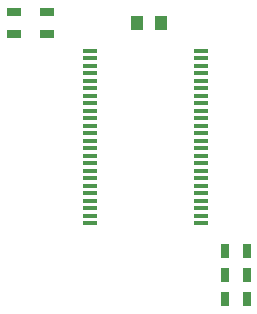
<source format=gbr>
G04 #@! TF.FileFunction,Paste,Top*
%FSLAX46Y46*%
G04 Gerber Fmt 4.6, Leading zero omitted, Abs format (unit mm)*
G04 Created by KiCad (PCBNEW 4.0.6-e0-6349~53~ubuntu16.04.1) date Thu Aug 24 17:13:08 2017*
%MOMM*%
%LPD*%
G01*
G04 APERTURE LIST*
%ADD10C,0.100000*%
%ADD11R,1.200000X0.400000*%
%ADD12R,1.000000X1.250000*%
%ADD13R,1.300000X0.700000*%
%ADD14R,0.700000X1.300000*%
G04 APERTURE END LIST*
D10*
D11*
X145160000Y-95567500D03*
X145160000Y-96202500D03*
X145160000Y-96837500D03*
X145160000Y-97472500D03*
X145160000Y-98107500D03*
X145160000Y-98742500D03*
X145160000Y-99377500D03*
X145160000Y-100012500D03*
X145160000Y-100647500D03*
X145160000Y-101282500D03*
X145160000Y-101917500D03*
X145160000Y-102552500D03*
X145160000Y-103187500D03*
X145160000Y-103822500D03*
X145160000Y-104457500D03*
X145160000Y-105092500D03*
X145160000Y-105727500D03*
X145160000Y-106362500D03*
X145160000Y-106997500D03*
X145160000Y-107632500D03*
X145160000Y-108267500D03*
X145160000Y-108902500D03*
X145160000Y-109537500D03*
X145160000Y-110172500D03*
X154560000Y-110172500D03*
X154560000Y-109537500D03*
X154560000Y-108902500D03*
X154560000Y-108267500D03*
X154560000Y-107632500D03*
X154560000Y-106997500D03*
X154560000Y-106362500D03*
X154560000Y-105727500D03*
X154560000Y-105092500D03*
X154560000Y-104457500D03*
X154560000Y-103822500D03*
X154560000Y-103187500D03*
X154560000Y-102552500D03*
X154560000Y-101917500D03*
X154560000Y-101282500D03*
X154560000Y-100647500D03*
X154560000Y-100012500D03*
X154560000Y-99377500D03*
X154560000Y-98742500D03*
X154560000Y-98107500D03*
X154560000Y-97472500D03*
X154560000Y-96837500D03*
X154560000Y-96202500D03*
X154560000Y-95567500D03*
D12*
X151114000Y-93218000D03*
X149114000Y-93218000D03*
D13*
X141478000Y-92268000D03*
X141478000Y-94168000D03*
X138684000Y-92268000D03*
X138684000Y-94168000D03*
D14*
X156530000Y-114554000D03*
X158430000Y-114554000D03*
X156530000Y-112522000D03*
X158430000Y-112522000D03*
X156530000Y-116586000D03*
X158430000Y-116586000D03*
M02*

</source>
